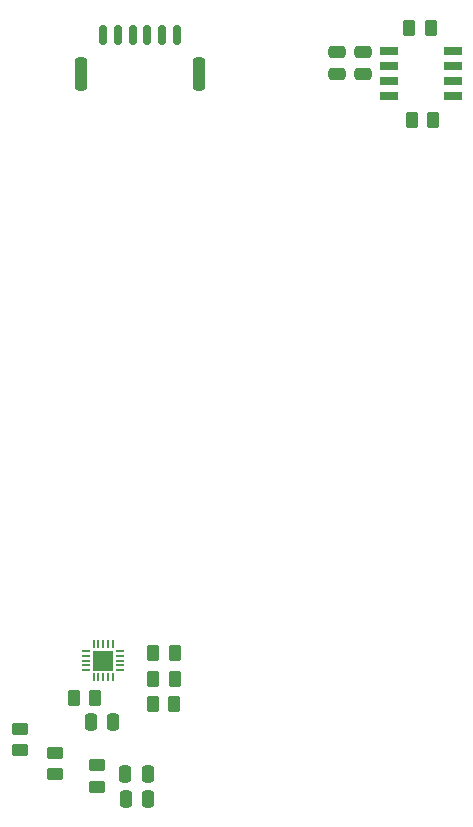
<source format=gbr>
%TF.GenerationSoftware,KiCad,Pcbnew,7.0.7-rc1*%
%TF.CreationDate,2024-04-11T15:56:59-04:00*%
%TF.ProjectId,Moving_PCB,4d6f7669-6e67-45f5-9043-422e6b696361,rev?*%
%TF.SameCoordinates,Original*%
%TF.FileFunction,Paste,Bot*%
%TF.FilePolarity,Positive*%
%FSLAX46Y46*%
G04 Gerber Fmt 4.6, Leading zero omitted, Abs format (unit mm)*
G04 Created by KiCad (PCBNEW 7.0.7-rc1) date 2024-04-11 15:56:59*
%MOMM*%
%LPD*%
G01*
G04 APERTURE LIST*
G04 Aperture macros list*
%AMRoundRect*
0 Rectangle with rounded corners*
0 $1 Rounding radius*
0 $2 $3 $4 $5 $6 $7 $8 $9 X,Y pos of 4 corners*
0 Add a 4 corners polygon primitive as box body*
4,1,4,$2,$3,$4,$5,$6,$7,$8,$9,$2,$3,0*
0 Add four circle primitives for the rounded corners*
1,1,$1+$1,$2,$3*
1,1,$1+$1,$4,$5*
1,1,$1+$1,$6,$7*
1,1,$1+$1,$8,$9*
0 Add four rect primitives between the rounded corners*
20,1,$1+$1,$2,$3,$4,$5,0*
20,1,$1+$1,$4,$5,$6,$7,0*
20,1,$1+$1,$6,$7,$8,$9,0*
20,1,$1+$1,$8,$9,$2,$3,0*%
G04 Aperture macros list end*
%ADD10RoundRect,0.250000X-0.450000X0.262500X-0.450000X-0.262500X0.450000X-0.262500X0.450000X0.262500X0*%
%ADD11R,1.500000X0.650000*%
%ADD12RoundRect,0.250000X0.475000X-0.250000X0.475000X0.250000X-0.475000X0.250000X-0.475000X-0.250000X0*%
%ADD13RoundRect,0.250000X-0.262500X-0.450000X0.262500X-0.450000X0.262500X0.450000X-0.262500X0.450000X0*%
%ADD14RoundRect,0.250000X0.250000X0.475000X-0.250000X0.475000X-0.250000X-0.475000X0.250000X-0.475000X0*%
%ADD15RoundRect,0.150000X-0.150000X-0.700000X0.150000X-0.700000X0.150000X0.700000X-0.150000X0.700000X0*%
%ADD16RoundRect,0.250000X-0.250000X-1.150000X0.250000X-1.150000X0.250000X1.150000X-0.250000X1.150000X0*%
%ADD17RoundRect,0.250000X0.262500X0.450000X-0.262500X0.450000X-0.262500X-0.450000X0.262500X-0.450000X0*%
%ADD18R,0.203200X0.762000*%
%ADD19R,0.762000X0.203200*%
%ADD20R,1.803400X1.803400*%
G04 APERTURE END LIST*
D10*
%TO.C,R1*%
X117600000Y-120175000D03*
X117600000Y-122000000D03*
%TD*%
D11*
%TO.C,IC1*%
X142300000Y-63505000D03*
X142300000Y-62235000D03*
X142300000Y-60965000D03*
X142300000Y-59695000D03*
X147700000Y-59695000D03*
X147700000Y-60965000D03*
X147700000Y-62235000D03*
X147700000Y-63505000D03*
%TD*%
D12*
%TO.C,C5*%
X140100000Y-61655000D03*
X140100000Y-59755000D03*
%TD*%
D13*
%TO.C,R6*%
X122275000Y-115000000D03*
X124100000Y-115000000D03*
%TD*%
D14*
%TO.C,C3*%
X121850000Y-120900000D03*
X119950000Y-120900000D03*
%TD*%
D10*
%TO.C,R2*%
X114000000Y-119087500D03*
X114000000Y-120912500D03*
%TD*%
D15*
%TO.C,J3*%
X118075000Y-58300000D03*
X119325000Y-58300000D03*
X120575000Y-58300000D03*
X121825000Y-58300000D03*
X123075000Y-58300000D03*
X124325000Y-58300000D03*
D16*
X116225000Y-61650000D03*
X126175000Y-61650000D03*
%TD*%
D17*
%TO.C,R9*%
X145812500Y-57705000D03*
X143987500Y-57705000D03*
%TD*%
D10*
%TO.C,R3*%
X111000000Y-117087500D03*
X111000000Y-118912500D03*
%TD*%
D18*
%TO.C,U1*%
X117277599Y-109877601D03*
X117677601Y-109877601D03*
X118077600Y-109877601D03*
X118477599Y-109877601D03*
X118877601Y-109877601D03*
D19*
X119500000Y-110500000D03*
X119500000Y-110900002D03*
X119500000Y-111300001D03*
X119500000Y-111700000D03*
X119500000Y-112100002D03*
D18*
X118877601Y-112722401D03*
X118477599Y-112722401D03*
X118077600Y-112722401D03*
X117677601Y-112722401D03*
X117277599Y-112722401D03*
D19*
X116655200Y-112100002D03*
X116655200Y-111700000D03*
X116655200Y-111300001D03*
X116655200Y-110900002D03*
X116655200Y-110500000D03*
D20*
X118077600Y-111300001D03*
%TD*%
D13*
%TO.C,R7*%
X115587500Y-114500000D03*
X117412500Y-114500000D03*
%TD*%
D14*
%TO.C,C2*%
X121900000Y-123000000D03*
X120000000Y-123000000D03*
%TD*%
D17*
%TO.C,R8*%
X146012500Y-65505000D03*
X144187500Y-65505000D03*
%TD*%
D12*
%TO.C,C4*%
X137900000Y-61655000D03*
X137900000Y-59755000D03*
%TD*%
D13*
%TO.C,R4*%
X122300000Y-110700000D03*
X124125000Y-110700000D03*
%TD*%
%TO.C,R5*%
X122300000Y-112900000D03*
X124125000Y-112900000D03*
%TD*%
D14*
%TO.C,C1*%
X118950000Y-116500000D03*
X117050000Y-116500000D03*
%TD*%
M02*

</source>
